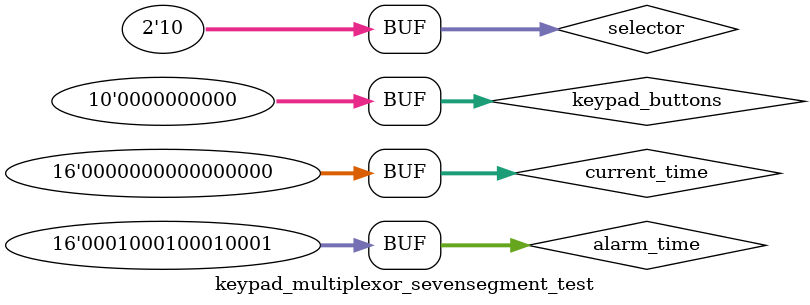
<source format=v>

module keypad_multiplexor_sevensegment_test();
reg [15:0] current_time;
reg [15:0] alarm_time;
wire [15:0] keypad_time;
reg [1:0] selector;
wire[3:0] segment_0, segment_1, segment_2, segment_3;
wire[6:0] s0_disp, s1_disp, s2_disp, s3_disp;

wire clk;
reg [9:0] keypad_buttons;
wire reset_shift;
wire shift_pulse;

keypad kp(clk, keypad_buttons, reset_shift, keypad_time, shift_pulse);
multiplexor mult(current_time, alarm_time, keypad_time, selector, segment_0, segment_1, segment_2, segment_3);
sevensegment s0(segment_0, s0_disp);
sevensegment s1(segment_1, s1_disp);
sevensegment s2(segment_2, s2_disp);
sevensegment s3(segment_3, s3_disp);

initial begin
  #5 selector = 0; //show current (00:00)
  #5 current_time = {4'h0, 4'h0, 4'h0, 4'h0};
  #5 selector = 1; //show alarm (11:11)
  #5 alarm_time = {4'h1, 4'h1, 4'h1, 4'h1};
  //select the keypad time as output
  #5 selector = 2; //after keypad is hit all digits, should show 78:90
  //first punch in keypad time 1 2 3 4 5 6 7 8 9 0
  
  //0 (bit 0)
  #10 keypad_buttons = 10'h1;
  #10 keypad_buttons = 10'h0;
  //1 (bit 2)
  #10 keypad_buttons = 10'h2;
  #10 keypad_buttons = 10'h0;
  //2 (bit 3)
  #10 keypad_buttons = 10'h4;
  #10 keypad_buttons = 10'h0;
  //3 (bit 4)
  #10 keypad_buttons = 10'h8;
  #10 keypad_buttons = 10'h0;
  //4 (bit 4)
  #10 keypad_buttons = 10'h10;
  #10 keypad_buttons = 10'h0;
  //5 (bit 4)
  #10 keypad_buttons = 10'h20;
  #10 keypad_buttons = 10'h0;
  //6 (bit 4)
  #10 keypad_buttons = 10'h40;
  #10 keypad_buttons = 10'h0;
  //7 (bit 4)
  #10 keypad_buttons = 10'h80;
  #10 keypad_buttons = 10'h0;
  //8 (bit 4)
  #10 keypad_buttons = 10'h100;
  #10 keypad_buttons = 10'h0;
  //9 (bit 4)
  #10 keypad_buttons = 10'h200;
  #10 keypad_buttons = 10'h0;
  //0 (bit 0)
  #10 keypad_buttons = 10'h1;
  #10 keypad_buttons = 10'h0;
  
end

initial begin
  $monitor($time," \n %c\t %c\t %c\t %c\n%c%c%c\t%c%c%c\t%c%c%c\t%c%c%c\n%c%c%c\t%c%c%c\t%c%c%c\t%c%c%c\n" ,
  s3_disp[0] ? "_" : " ", s2_disp[0] ? "_" : " ", s1_disp[0] ? "_" : " ", s0_disp[0] ? "_" : " ",
  
  s3_disp[5] ? "|" : " ", s3_disp[6] ? "_" : " ", s3_disp[1] ? "|" : " ", 
  s2_disp[5] ? "|" : " ", s2_disp[6] ? "_" : " ", s2_disp[1] ? "|" : " ", 
  s1_disp[5] ? "|" : " ", s1_disp[6] ? "_" : " ", s1_disp[1] ? "|" : " ", 
  s0_disp[5] ? "|" : " ", s0_disp[6] ? "_" : " ", s0_disp[1] ? "|" : " ",
   
  s3_disp[4] ? "|" : " ", s3_disp[3] ? "_" : " ", s3_disp[2] ? "|" : " ",
  s2_disp[4] ? "|" : " ", s2_disp[3] ? "_" : " ", s2_disp[2] ? "|" : " ",
  s1_disp[4] ? "|" : " ", s1_disp[3] ? "_" : " ", s1_disp[2] ? "|" : " ",
  s0_disp[4] ? "|" : " ", s0_disp[3] ? "_" : " ", s0_disp[2] ? "|" : " "
  
  );
end
endmodule

</source>
